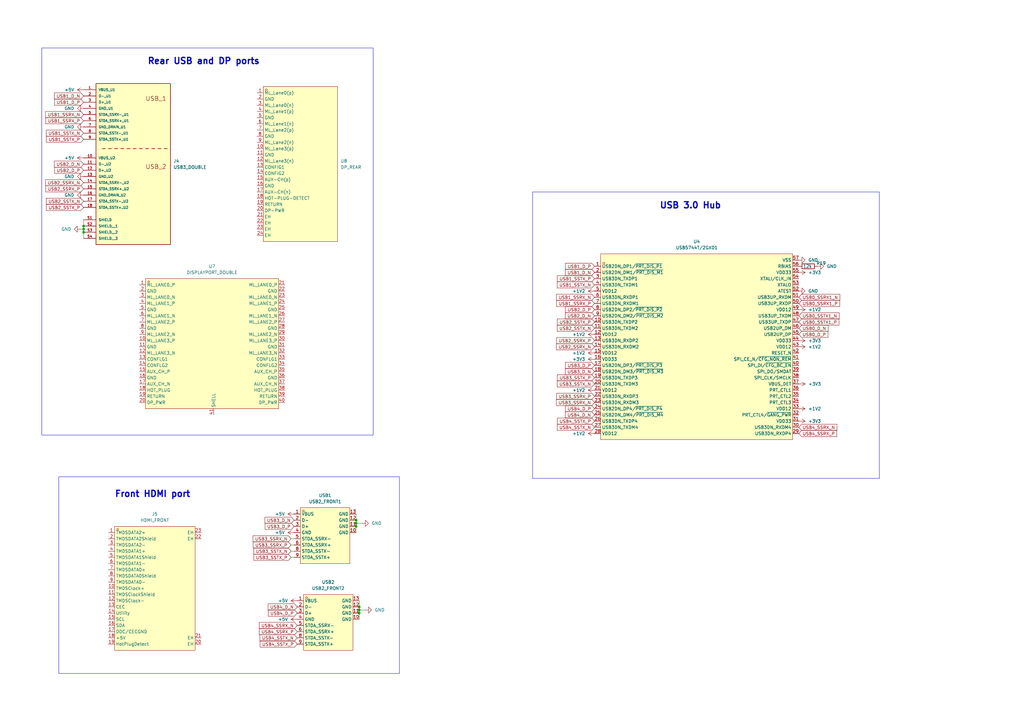
<source format=kicad_sch>
(kicad_sch (version 20250114) (generator "eeschema") (generator_version "9.0")
  (paper "A3")
  (title_block (title "ThunderMXM") (date "2025-06-03") (rev "1.0") (company "mothenjoyer69"))
  (lib_symbols
    (symbol "Device:R" (pin_numbers (hide yes)) (pin_names (offset 0))
      (property "Reference" "R" (at 2.032 0 90))
      (property "Value" "R" (at 0 0 90))
      (symbol "R_0_1"
        (rectangle (start -1.016 -2.54) (end 1.016 2.54) (stroke (width 0.254)))
      )
      (symbol "R_1_1"
        (pin passive line (at 0 3.81 270) (length 1.27) (name "~") (number "1"))
        (pin passive line (at 0 -3.81 90) (length 1.27) (name "~") (number "2"))
      )
    )
    (symbol "FOXCONN-3VD11203-DPA1-4H:3VD11203-DPA1-4H"
      (property "Reference" "U" (at 0 29.21 0))
      (property "Value" "3VD11203-DPA1-4H" (at 0 -34.29 0))
      (symbol "3VD11203-DPA1-4H_0_1"
        (rectangle (start -27.94 26.67) (end 26.67 -26.67) (fill (type background)))
        (circle (center -26.67 25.4) (radius 0.38))
        (pin unspecified line (at -30.48 24.13 0) (length 2.54) (name "ML_LANE0_P") (number "1"))
        (pin unspecified line (at -30.48 21.59 0) (length 2.54) (name "GND") (number "2"))
        (pin unspecified line (at -30.48 19.05 0) (length 2.54) (name "ML_LANE0_N") (number "3"))
        (pin unspecified line (at -30.48 16.51 0) (length 2.54) (name "ML_LANE1_P") (number "4"))
        (pin unspecified line (at -30.48 13.97 0) (length 2.54) (name "GND") (number "5"))
        (pin unspecified line (at -30.48 11.43 0) (length 2.54) (name "ML_LANE1_N") (number "6"))
        (pin unspecified line (at -30.48 8.89 0) (length 2.54) (name "ML_LANE2_P") (number "7"))
        (pin unspecified line (at -30.48 6.35 0) (length 2.54) (name "GND") (number "8"))
        (pin unspecified line (at -30.48 3.81 0) (length 2.54) (name "ML_LANE2_N") (number "9"))
        (pin unspecified line (at -30.48 1.27 0) (length 2.54) (name "ML_LANE3_P") (number "10"))
        (pin unspecified line (at -30.48 -1.27 0) (length 2.54) (name "GND") (number "11"))
        (pin unspecified line (at -30.48 -3.81 0) (length 2.54) (name "ML_LANE3_N") (number "12"))
        (pin unspecified line (at -30.48 -6.35 0) (length 2.54) (name "CONFLG1") (number "13"))
        (pin unspecified line (at -30.48 -8.89 0) (length 2.54) (name "CONFLG2") (number "14"))
        (pin unspecified line (at -30.48 -11.43 0) (length 2.54) (name "AUX_CH_P") (number "15"))
        (pin unspecified line (at -30.48 -13.97 0) (length 2.54) (name "GND") (number "16"))
        (pin unspecified line (at -30.48 -16.51 0) (length 2.54) (name "AUX_CH_N") (number "17"))
        (pin unspecified line (at -30.48 -19.05 0) (length 2.54) (name "HOT_PLUG") (number "18"))
        (pin unspecified line (at -30.48 -21.59 0) (length 2.54) (name "RETURN") (number "19"))
        (pin unspecified line (at -30.48 -24.13 0) (length 2.54) (name "DP_PWR") (number "20"))
        (pin unspecified line (at 0 -29.21 90) (length 2.54) (name "SHELL") (number "41"))
        (pin unspecified line (at 29.21 24.13 180) (length 2.54) (name "ML_LANE0_P") (number "21"))
        (pin unspecified line (at 29.21 21.59 180) (length 2.54) (name "GND") (number "22"))
        (pin unspecified line (at 29.21 19.05 180) (length 2.54) (name "ML_LANE0_N") (number "23"))
        (pin unspecified line (at 29.21 16.51 180) (length 2.54) (name "ML_LANE1_P") (number "24"))
        (pin unspecified line (at 29.21 13.97 180) (length 2.54) (name "GND") (number "25"))
        (pin unspecified line (at 29.21 11.43 180) (length 2.54) (name "ML_LANE1_N") (number "26"))
        (pin unspecified line (at 29.21 8.89 180) (length 2.54) (name "ML_LANE2_P") (number "27"))
        (pin unspecified line (at 29.21 6.35 180) (length 2.54) (name "GND") (number "28"))
        (pin unspecified line (at 29.21 3.81 180) (length 2.54) (name "ML_LANE2_N") (number "29"))
        (pin unspecified line (at 29.21 1.27 180) (length 2.54) (name "ML_LANE3_P") (number "30"))
        (pin unspecified line (at 29.21 -1.27 180) (length 2.54) (name "GND") (number "31"))
        (pin unspecified line (at 29.21 -3.81 180) (length 2.54) (name "ML_LANE3_N") (number "32"))
        (pin unspecified line (at 29.21 -6.35 180) (length 2.54) (name "CONFLG1") (number "33"))
        (pin unspecified line (at 29.21 -8.89 180) (length 2.54) (name "CONFLG2") (number "34"))
        (pin unspecified line (at 29.21 -11.43 180) (length 2.54) (name "AUX_CH_P") (number "35"))
        (pin unspecified line (at 29.21 -13.97 180) (length 2.54) (name "GND") (number "36"))
        (pin unspecified line (at 29.21 -16.51 180) (length 2.54) (name "AUX_CH_N") (number "37"))
        (pin unspecified line (at 29.21 -19.05 180) (length 2.54) (name "HOT_PLUG") (number "38"))
        (pin unspecified line (at 29.21 -21.59 180) (length 2.54) (name "RETURN") (number "39"))
        (pin unspecified line (at 29.21 -24.13 180) (length 2.54) (name "DP_PWR") (number "40"))
      )
    )
    (symbol "FOXCONN-3VD21203-H7U0-4H:3VD21203-H7U0-4H"
      (property "Reference" "USB" (at 0 34.29 0))
      (property "Value" "3VD21203-H7U0-4H" (at 0 -34.29 0))
      (symbol "3VD21203-H7U0-4H_0_1"
        (rectangle (start -15.24 31.75) (end 15.24 -31.75) (fill (type background)))
        (circle (center -13.97 30.48) (radius 0.38))
        (pin unspecified line (at -17.78 29.21 0) (length 2.54) (name "ML_Lane0(p)") (number "1"))
        (pin unspecified line (at -17.78 26.67 0) (length 2.54) (name "GND") (number "2"))
        (pin unspecified line (at -17.78 24.13 0) (length 2.54) (name "ML_Lane0(n)") (number "3"))
        (pin unspecified line (at -17.78 21.59 0) (length 2.54) (name "ML_Lane1(p)") (number "4"))
        (pin unspecified line (at -17.78 19.05 0) (length 2.54) (name "GND") (number "5"))
        (pin unspecified line (at -17.78 16.51 0) (length 2.54) (name "ML_Lane1(n)") (number "6"))
        (pin unspecified line (at -17.78 13.97 0) (length 2.54) (name "ML_Lane2(p)") (number "7"))
        (pin unspecified line (at -17.78 11.43 0) (length 2.54) (name "GND") (number "8"))
        (pin unspecified line (at -17.78 8.89 0) (length 2.54) (name "ML_Lane2(n)") (number "9"))
        (pin unspecified line (at -17.78 6.35 0) (length 2.54) (name "ML_Lane3(p)") (number "10"))
        (pin unspecified line (at -17.78 3.81 0) (length 2.54) (name "GND") (number "11"))
        (pin unspecified line (at -17.78 1.27 0) (length 2.54) (name "ML_Lane3(n)") (number "12"))
        (pin unspecified line (at -17.78 -1.27 0) (length 2.54) (name "CONFIG1") (number "13"))
        (pin unspecified line (at -17.78 -3.81 0) (length 2.54) (name "CONFIG2") (number "14"))
        (pin unspecified line (at -17.78 -6.35 0) (length 2.54) (name "AUX-CH(p)") (number "15"))
        (pin unspecified line (at -17.78 -8.89 0) (length 2.54) (name "GND") (number "16"))
        (pin unspecified line (at -17.78 -11.43 0) (length 2.54) (name "AUX-CH(n)") (number "17"))
        (pin unspecified line (at -17.78 -13.97 0) (length 2.54) (name "HOT-PLUG-DETECT") (number "18"))
        (pin unspecified line (at -17.78 -16.51 0) (length 2.54) (name "RETURN") (number "19"))
        (pin unspecified line (at -17.78 -19.05 0) (length 2.54) (name "DP-PWR") (number "20"))
        (pin unspecified line (at -17.78 -21.59 0) (length 2.54) (name "EH") (number "21"))
        (pin unspecified line (at -17.78 -24.13 0) (length 2.54) (name "EH") (number "22"))
        (pin unspecified line (at -17.78 -26.67 0) (length 2.54) (name "EH") (number "23"))
        (pin unspecified line (at -17.78 -29.21 0) (length 2.54) (name "EH") (number "24"))
      )
    )
    (symbol "HC-USB3.0-C345-P:HC-USB3.0-C345-P"
      (property "Reference" "USB" (at 0 13.97 0))
      (property "Value" "HC-USB3.0-C345-P" (at 0 -13.97 0))
      (symbol "HC-USB3.0-C345-P_0_1"
        (rectangle (start -10.16 11.43) (end 10.16 -11.43) (fill (type background)))
        (circle (center -8.89 10.16) (radius 0.38))
        (pin unspecified line (at -12.7 8.89 0) (length 2.54) (name "VBUS") (number "1"))
        (pin unspecified line (at -12.7 6.35 0) (length 2.54) (name "D-") (number "2"))
        (pin unspecified line (at -12.7 3.81 0) (length 2.54) (name "D+") (number "3"))
        (pin unspecified line (at -12.7 1.27 0) (length 2.54) (name "GND") (number "4"))
        (pin unspecified line (at -12.7 -1.27 0) (length 2.54) (name "STDA_SSRX-") (number "5"))
        (pin unspecified line (at -12.7 -3.81 0) (length 2.54) (name "STDA_SSRX+") (number "6"))
        (pin unspecified line (at -12.7 -6.35 0) (length 2.54) (name "STDA_SSTX-") (number "8"))
        (pin unspecified line (at -12.7 -8.89 0) (length 2.54) (name "STDA_SSTX+") (number "9"))
        (pin unspecified line (at 12.7 8.89 180) (length 2.54) (name "GND") (number "13"))
        (pin unspecified line (at 12.7 6.35 180) (length 2.54) (name "GND") (number "12"))
        (pin unspecified line (at 12.7 3.81 180) (length 2.54) (name "GND") (number "11"))
        (pin unspecified line (at 12.7 1.27 180) (length 2.54) (name "GND") (number "10"))
      )
    )
    (symbol "Korean-Hroparts-Elec-U-C-19DD-W-1:U-C-19DD-W-1"
      (property "Reference" "USB" (at 0 27.94 0))
      (property "Value" "U-C-19DD-W-1" (at 0 -27.94 0))
      (symbol "U-C-19DD-W-1_0_1"
        (rectangle (start -12.7 25.4) (end 20.32 -25.4) (fill (type background)))
        (circle (center -11.43 24.13) (radius 0.38))
        (pin unspecified line (at -15.24 22.86 0) (length 2.54) (name "TMDSDATA2+") (number "1"))
        (pin unspecified line (at -15.24 20.32 0) (length 2.54) (name "TMDSDATA2Shield") (number "2"))
        (pin unspecified line (at -15.24 17.78 0) (length 2.54) (name "TMDSDATA2-") (number "3"))
        (pin unspecified line (at -15.24 15.24 0) (length 2.54) (name "TMDSDATA1+") (number "4"))
        (pin unspecified line (at -15.24 12.7 0) (length 2.54) (name "TMDSDATA1Shield") (number "5"))
        (pin unspecified line (at -15.24 10.16 0) (length 2.54) (name "TMDSDATA1-") (number "6"))
        (pin unspecified line (at -15.24 7.62 0) (length 2.54) (name "TMDSDATA0+") (number "7"))
        (pin unspecified line (at -15.24 5.08 0) (length 2.54) (name "TMDSDATA0Shield") (number "8"))
        (pin unspecified line (at -15.24 2.54 0) (length 2.54) (name "TMDSDATA0-") (number "9"))
        (pin unspecified line (at -15.24 0 0) (length 2.54) (name "TMDSClock+") (number "10"))
        (pin unspecified line (at -15.24 -2.54 0) (length 2.54) (name "TMDSClockShield") (number "11"))
        (pin unspecified line (at -15.24 -5.08 0) (length 2.54) (name "TMDSClock-") (number "12"))
        (pin unspecified line (at -15.24 -7.62 0) (length 2.54) (name "CEC") (number "13"))
        (pin unspecified line (at -15.24 -10.16 0) (length 2.54) (name "Utility") (number "14"))
        (pin unspecified line (at -15.24 -12.7 0) (length 2.54) (name "SCL") (number "15"))
        (pin unspecified line (at -15.24 -15.24 0) (length 2.54) (name "SDA") (number "16"))
        (pin unspecified line (at -15.24 -17.78 0) (length 2.54) (name "DDC/CECGND") (number "17"))
        (pin unspecified line (at -15.24 -20.32 0) (length 2.54) (name "+5V") (number "18"))
        (pin unspecified line (at -15.24 -22.86 0) (length 2.54) (name "HotPlugDetect") (number "19"))
        (pin unspecified line (at 22.86 22.86 180) (length 2.54) (name "EH") (number "23"))
        (pin unspecified line (at 22.86 20.32 180) (length 2.54) (name "EH") (number "22"))
        (pin unspecified line (at 22.86 -20.32 180) (length 2.54) (name "EH") (number "21"))
        (pin unspecified line (at 22.86 -22.86 180) (length 2.54) (name "EH") (number "20"))
      )
    )
    (symbol "Microchip-Tech-USB5744T-2GX01:USB5744T_2GX01"
      (property "Reference" "U" (at 0 40.64 0))
      (property "Value" "USB5744T/2GX01" (at 0 -40.64 0))
      (symbol "USB5744T_2GX01_0_1"
        (rectangle (start -40.64 38.1) (end 38.1 -38.1) (fill (type background)))
        (circle (center -39.37 34.29) (radius 0.38))
        (pin unspecified line (at -43.18 33.02 0) (length 2.54) (name "USB2DN_DP1/~{PRT_DIS_P1}") (number "1"))
        (pin unspecified line (at -43.18 30.48 0) (length 2.54) (name "USB2DN_DM1/~{PRT_DIS_M1}") (number "2"))
        (pin unspecified line (at -43.18 27.94 0) (length 2.54) (name "USB3DN_TXDP1") (number "3"))
        (pin unspecified line (at -43.18 25.4 0) (length 2.54) (name "USB3DN_TXDM1") (number "4"))
        (pin unspecified line (at -43.18 22.86 0) (length 2.54) (name "VDD12") (number "5"))
        (pin unspecified line (at -43.18 20.32 0) (length 2.54) (name "USB3DN_RXDP1") (number "6"))
        (pin unspecified line (at -43.18 17.78 0) (length 2.54) (name "USB3DN_RXDM1") (number "7"))
        (pin unspecified line (at -43.18 15.24 0) (length 2.54) (name "USB2DN_DP2/~{PRT_DIS_P2}") (number "8"))
        (pin unspecified line (at -43.18 12.7 0) (length 2.54) (name "USB2DN_DM2/~{PRT_DIS_M2}") (number "9"))
        (pin unspecified line (at -43.18 10.16 0) (length 2.54) (name "USB3DN_TXDP2") (number "10"))
        (pin unspecified line (at -43.18 7.62 0) (length 2.54) (name "USB3DN_TXDM2") (number "11"))
        (pin unspecified line (at -43.18 5.08 0) (length 2.54) (name "VDD12") (number "12"))
        (pin unspecified line (at -43.18 2.54 0) (length 2.54) (name "USB3DN_RXDP2") (number "13"))
        (pin unspecified line (at -43.18 0 0) (length 2.54) (name "USB3DN_RXDM2") (number "14"))
        (pin unspecified line (at -43.18 -2.54 0) (length 2.54) (name "VDD12") (number "15"))
        (pin unspecified line (at -43.18 -5.08 0) (length 2.54) (name "VDD33") (number "16"))
        (pin unspecified line (at -43.18 -7.62 0) (length 2.54) (name "USB2DN_DP3/~{PRT_DIS_P3}") (number "17"))
        (pin unspecified line (at -43.18 -10.16 0) (length 2.54) (name "USB2DN_DM3/~{PRT_DIS_M3}") (number "18"))
        (pin unspecified line (at -43.18 -12.7 0) (length 2.54) (name "USB3DN_TXDP3") (number "19"))
        (pin unspecified line (at -43.18 -15.24 0) (length 2.54) (name "USB3DN_TXDM3") (number "20"))
        (pin unspecified line (at -43.18 -17.78 0) (length 2.54) (name "VDD12") (number "21"))
        (pin unspecified line (at -43.18 -20.32 0) (length 2.54) (name "USB3DN_RXDP3") (number "22"))
        (pin unspecified line (at -43.18 -22.86 0) (length 2.54) (name "USB3DN_RXDM3") (number "23"))
        (pin unspecified line (at -43.18 -25.4 0) (length 2.54) (name "USB2DN_DP4/~{PRT_DIS_P4}") (number "24"))
        (pin unspecified line (at -43.18 -27.94 0) (length 2.54) (name "USB2DN_DM4/~{PRT_DIS_M4}") (number "25"))
        (pin unspecified line (at -43.18 -30.48 0) (length 2.54) (name "USB3DN_TXDP4") (number "26"))
        (pin unspecified line (at -43.18 -33.02 0) (length 2.54) (name "USB3DN_TXDM4") (number "27"))
        (pin unspecified line (at -43.18 -35.56 0) (length 2.54) (name "VDD12") (number "28"))
        (pin unspecified line (at 40.64 35.56 180) (length 2.54) (name "VSS") (number "57"))
        (pin unspecified line (at 40.64 33.02 180) (length 2.54) (name "RBIAS") (number "56"))
        (pin unspecified line (at 40.64 30.48 180) (length 2.54) (name "VDD33") (number "55"))
        (pin unspecified line (at 40.64 27.94 180) (length 2.54) (name "XTALI/CLK_IN") (number "54"))
        (pin unspecified line (at 40.64 25.4 180) (length 2.54) (name "XTALO") (number "53"))
        (pin unspecified line (at 40.64 22.86 180) (length 2.54) (name "ATEST") (number "52"))
        (pin unspecified line (at 40.64 20.32 180) (length 2.54) (name "USB3UP_RXDM") (number "51"))
        (pin unspecified line (at 40.64 17.78 180) (length 2.54) (name "USB3UP_RXDP") (number "50"))
        (pin unspecified line (at 40.64 15.24 180) (length 2.54) (name "VDD12") (number "49"))
        (pin unspecified line (at 40.64 12.7 180) (length 2.54) (name "USB3UP_TXDM") (number "48"))
        (pin unspecified line (at 40.64 10.16 180) (length 2.54) (name "USB3UP_TXDP") (number "47"))
        (pin unspecified line (at 40.64 7.62 180) (length 2.54) (name "USB2UP_DM") (number "46"))
        (pin unspecified line (at 40.64 5.08 180) (length 2.54) (name "USB2UP_DP") (number "45"))
        (pin unspecified line (at 40.64 2.54 180) (length 2.54) (name "VDD33") (number "44"))
        (pin unspecified line (at 40.64 0 180) (length 2.54) (name "VDD12") (number "43"))
        (pin unspecified line (at 40.64 -2.54 180) (length 2.54) (name "RESET_N") (number "42"))
        (pin unspecified line (at 40.64 -5.08 180) (length 2.54) (name "SPI_CE_N/~{CFG_NON_REM}") (number "41"))
        (pin unspecified line (at 40.64 -7.62 180) (length 2.54) (name "SPI_DI/~{CFG_BC_EN}") (number "40"))
        (pin unspecified line (at 40.64 -10.16 180) (length 2.54) (name "SPI_DO/SMDAT") (number "39"))
        (pin unspecified line (at 40.64 -12.7 180) (length 2.54) (name "SPI_CLK/SMCLK") (number "38"))
        (pin unspecified line (at 40.64 -15.24 180) (length 2.54) (name "VBUS_DET") (number "37"))
        (pin unspecified line (at 40.64 -17.78 180) (length 2.54) (name "PRT_CTL1") (number "36"))
        (pin unspecified line (at 40.64 -20.32 180) (length 2.54) (name "PRT_CTL2") (number "35"))
        (pin unspecified line (at 40.64 -22.86 180) (length 2.54) (name "PRT_CTL3") (number "34"))
        (pin unspecified line (at 40.64 -25.4 180) (length 2.54) (name "VDD12") (number "33"))
        (pin unspecified line (at 40.64 -27.94 180) (length 2.54) (name "PRT_CTL4/~{GANG_PWR}") (number "32"))
        (pin unspecified line (at 40.64 -30.48 180) (length 2.54) (name "VDD33") (number "31"))
        (pin unspecified line (at 40.64 -33.02 180) (length 2.54) (name "USB3DN_RXDM4") (number "30"))
        (pin unspecified line (at 40.64 -35.56 180) (length 2.54) (name "USB3DN_RXDP4") (number "29"))
      )
    )
    (symbol "power:+1V2" (power) (pin_numbers (hide yes)) (pin_names (offset 0) (hide yes))
      (property "Value" "+1V2" (at 0 3.556 0))
      (symbol "+1V2_0_1"
        (polyline (pts (xy -0.762 1.27) (xy 0 2.54)))
        (polyline (pts (xy 0 2.54) (xy 0.762 1.27)))
        (polyline (pts (xy 0 0) (xy 0 2.54)))
      )
      (symbol "+1V2_1_1"
        (pin power_in line (at 0 0 90) (length 0) (name "~") (number "1"))
      )
    )
    (symbol "power:+3V3" (power) (pin_numbers (hide yes)) (pin_names (offset 0) (hide yes))
      (property "Value" "+3V3" (at 0 3.556 0))
      (symbol "+3V3_0_1"
        (polyline (pts (xy -0.762 1.27) (xy 0 2.54)))
        (polyline (pts (xy 0 2.54) (xy 0.762 1.27)))
        (polyline (pts (xy 0 0) (xy 0 2.54)))
      )
      (symbol "+3V3_1_1"
        (pin power_in line (at 0 0 90) (length 0) (name "~") (number "1"))
      )
    )
    (symbol "power:+5V" (power) (pin_numbers (hide yes)) (pin_names (offset 0) (hide yes))
      (property "Value" "+5V" (at 0 3.556 0))
      (symbol "+5V_0_1"
        (polyline (pts (xy -0.762 1.27) (xy 0 2.54)))
        (polyline (pts (xy 0 2.54) (xy 0.762 1.27)))
        (polyline (pts (xy 0 0) (xy 0 2.54)))
      )
      (symbol "+5V_1_1"
        (pin power_in line (at 0 0 90) (length 0) (name "~") (number "1"))
      )
    )
    (symbol "power:GND" (power) (pin_numbers (hide yes)) (pin_names (offset 0) (hide yes))
      (property "Value" "GND" (at 0 -3.81 0))
      (symbol "GND_0_1"
        (polyline (pts (xy 0 0) (xy 0 -1.27) (xy 1.27 -1.27) (xy 0 -2.54) (xy -1.27 -1.27) (xy 0 -1.27)))
      )
      (symbol "GND_1_1"
        (pin power_in line (at 0 0 270) (length 0) (name "~") (number "1"))
      )
    )
    (symbol "usb3.0-stack-amph:0484060003" (pin_names (offset 1.016))
      (property "Reference" "J" (at -15.24 28.702 0))
      (property "Value" "0484060003" (at -15.24 -40.64 0))
      (symbol "0484060003_0_0"
        (rectangle (start -15.24 -38.1) (end 15.24 27.94) (stroke (width 0.254)) (fill (type background)))
        (polyline (pts (xy -12.7 1.27) (xy -11.43 1.27)) (stroke (width 0.254)))
        (polyline (pts (xy -10.16 1.27) (xy -8.89 1.27)) (stroke (width 0.254)))
        (polyline (pts (xy -7.62 1.27) (xy -6.35 1.27)) (stroke (width 0.254)))
        (polyline (pts (xy -5.08 1.27) (xy -3.81 1.27)) (stroke (width 0.254)))
        (polyline (pts (xy -2.54 1.27) (xy -1.27 1.27)) (stroke (width 0.254)))
        (polyline (pts (xy 0 1.27) (xy 1.27 1.27)) (stroke (width 0.254)))
        (polyline (pts (xy 2.54 1.27) (xy 3.81 1.27)) (stroke (width 0.254)))
        (polyline (pts (xy 5.08 1.27) (xy 6.35 1.27)) (stroke (width 0.254)))
        (polyline (pts (xy 7.62 1.27) (xy 8.89 1.27)) (stroke (width 0.254)))
        (polyline (pts (xy 10.16 1.27) (xy 11.43 1.27)) (stroke (width 0.254)))
        (polyline (pts (xy 12.7 1.27) (xy 13.97 1.27)) (stroke (width 0.254)))
        (text "USB_1" (at 5.08 22.86 0) (effects (font (size 1.778 1.778)) (justify left top)))
        (text "USB_2" (at 5.08 -5.08 0) (effects (font (size 1.778 1.778)) (justify left top)))
        (pin power_in line (at -20.32 25.4 0) (length 5.08) (name "VBUS_U1") (number "1"))
        (pin bidirectional line (at -20.32 22.86 0) (length 5.08) (name "D-_U1") (number "2"))
        (pin bidirectional line (at -20.32 20.32 0) (length 5.08) (name "D+_U1") (number "3"))
        (pin power_in line (at -20.32 17.78 0) (length 5.08) (name "GND_U1") (number "4"))
        (pin bidirectional line (at -20.32 15.24 0) (length 5.08) (name "STDA_SSRX-_U1") (number "5"))
        (pin bidirectional line (at -20.32 12.7 0) (length 5.08) (name "STDA_SSRX+_U1") (number "6"))
        (pin power_in line (at -20.32 10.16 0) (length 5.08) (name "GND_DRAIN_U1") (number "7"))
        (pin bidirectional line (at -20.32 7.62 0) (length 5.08) (name "STDA_SSTX-_U1") (number "8"))
        (pin bidirectional line (at -20.32 5.08 0) (length 5.08) (name "STDA_SSTX+_U1") (number "9"))
        (pin power_in line (at -20.32 -2.54 0) (length 5.08) (name "VBUS_U2") (number "10"))
        (pin bidirectional line (at -20.32 -5.08 0) (length 5.08) (name "D-_U2") (number "11"))
        (pin bidirectional line (at -20.32 -7.62 0) (length 5.08) (name "D+_U2") (number "12"))
        (pin power_in line (at -20.32 -10.16 0) (length 5.08) (name "GND_U2") (number "13"))
        (pin bidirectional line (at -20.32 -12.7 0) (length 5.08) (name "STDA_SSRX-_U2") (number "14"))
        (pin bidirectional line (at -20.32 -15.24 0) (length 5.08) (name "STDA_SSRX+_U2") (number "15"))
        (pin power_in line (at -20.32 -17.78 0) (length 5.08) (name "GND_DRAIN_U2") (number "16"))
        (pin bidirectional line (at -20.32 -20.32 0) (length 5.08) (name "STDA_SSTX-_U2") (number "17"))
        (pin bidirectional line (at -20.32 -22.86 0) (length 5.08) (name "STDA_SSTX+_U2") (number "18"))
        (pin passive line (at -20.32 -27.94 0) (length 5.08) (name "SHIELD") (number "S1"))
        (pin passive line (at -20.32 -30.48 0) (length 5.08) (name "SHIELD__1") (number "S2"))
        (pin passive line (at -20.32 -33.02 0) (length 5.08) (name "SHIELD__2") (number "S3"))
        (pin passive line (at -20.32 -35.56 0) (length 5.08) (name "SHIELD__3") (number "S4"))
      )
    )
  )
  (rectangle (start 17.145 19.685) (end 153.035 178.435))
  (rectangle (start 24.13 195.58) (end 163.83 276.225))
  (rectangle (start 218.44 78.74) (end 360.68 196.215))
  (text "Front HDMI port" (at 78.232 204.216 0) (effects (font (size 2.54 2.54) (thickness 0.508) (bold yes)) (justify right bottom)))
  (text "USB 3.0 Hub" (at 295.91 85.852 0) (effects (font (size 2.54 2.54) (thickness 0.508) (bold yes)) (justify right bottom)))
  (text "Rear USB and DP ports" (at 106.68 26.67 0) (effects (font (size 2.54 2.54) (thickness 0.508) (bold yes)) (justify right bottom)))
  (junction (at 147.32 251.46))
  (junction (at 34.29 95.25))
  (junction (at 146.05 213.36))
  (junction (at 147.32 248.92))
  (junction (at 146.05 215.9))
  (junction (at 146.05 214.63))
  (junction (at 34.29 92.71))
  (junction (at 34.29 93.98))
  (junction (at 147.32 250.19))
  (wire (pts (xy 147.32 246.38) (xy 147.32 248.92)))
  (wire (pts (xy 120.65 220.98) (xy 119.38 220.98)))
  (wire (pts (xy 120.65 226.06) (xy 119.38 226.06)))
  (wire (pts (xy 120.65 223.52) (xy 119.38 223.52)))
  (wire (pts (xy 147.32 251.46) (xy 147.32 254)))
  (wire (pts (xy 34.29 93.98) (xy 34.29 95.25)))
  (wire (pts (xy 146.05 214.63) (xy 146.05 215.9)))
  (wire (pts (xy 34.29 90.17) (xy 34.29 92.71)))
  (wire (pts (xy 146.05 215.9) (xy 146.05 218.44)))
  (wire (pts (xy 147.32 248.92) (xy 147.32 250.19)))
  (wire (pts (xy 146.05 213.36) (xy 146.05 214.63)))
  (wire (pts (xy 120.65 228.6) (xy 119.38 228.6)))
  (wire (pts (xy 149.86 250.19) (xy 147.32 250.19)))
  (wire (pts (xy 33.02 93.98) (xy 34.29 93.98)))
  (wire (pts (xy 147.32 250.19) (xy 147.32 251.46)))
  (wire (pts (xy 146.05 210.82) (xy 146.05 213.36)))
  (wire (pts (xy 34.29 95.25) (xy 34.29 97.79)))
  (wire (pts (xy 148.59 214.63) (xy 146.05 214.63)))
  (wire (pts (xy 34.29 92.71) (xy 34.29 93.98)))
  (global_label "USB1_SSRX_N" (shape input) (at 34.29 46.99 180) (property "Intersheetrefs" "${INTERSHEET_REFS}" (effects (hide yes))))
  (global_label "USB1_SSRX_P" (shape input) (at 34.29 49.53 180) (property "Intersheetrefs" "${INTERSHEET_REFS}" (effects (hide yes))))
  (global_label "USB1_SSRX_N" (shape input) (at 243.84 121.92 180) (property "Intersheetrefs" "${INTERSHEET_REFS}" (effects (hide yes))))
  (global_label "USB3_SSRX_P" (shape input) (at 119.38 223.52 180) (property "Intersheetrefs" "${INTERSHEET_REFS}" (effects (hide yes))))
  (global_label "USB2_SSTX_N" (shape input) (at 243.84 134.62 180) (property "Intersheetrefs" "${INTERSHEET_REFS}" (effects (hide yes))))
  (global_label "USB4_SSRX_P" (shape input) (at 327.66 177.8 0) (property "Intersheetrefs" "${INTERSHEET_REFS}" (effects (hide yes))))
  (global_label "USB1_D_P" (shape input) (at 34.29 41.91 180) (property "Intersheetrefs" "${INTERSHEET_REFS}" (effects (hide yes))))
  (global_label "USB1_D_P" (shape input) (at 243.84 109.22 180) (property "Intersheetrefs" "${INTERSHEET_REFS}" (effects (hide yes))))
  (global_label "USB1_SSTX_P" (shape input) (at 34.29 57.15 180) (property "Intersheetrefs" "${INTERSHEET_REFS}" (effects (hide yes))))
  (global_label "USB3_SSRX_P" (shape input) (at 243.84 162.56 180) (property "Intersheetrefs" "${INTERSHEET_REFS}" (effects (hide yes))))
  (global_label "USB2_SSRX_N" (shape input) (at 243.84 142.24 180) (property "Intersheetrefs" "${INTERSHEET_REFS}" (effects (hide yes))))
  (global_label "USB2_SSRX_P" (shape input) (at 243.84 139.7 180) (property "Intersheetrefs" "${INTERSHEET_REFS}" (effects (hide yes))))
  (global_label "USB2_SSTX_N" (shape input) (at 34.29 82.55 180) (property "Intersheetrefs" "${INTERSHEET_REFS}" (effects (hide yes))))
  (global_label "USB3_SSRX_N" (shape input) (at 119.38 220.98 180) (property "Intersheetrefs" "${INTERSHEET_REFS}" (effects (hide yes))))
  (global_label "USB4_SSRX_P" (shape input) (at 121.92 259.08 180) (property "Intersheetrefs" "${INTERSHEET_REFS}" (effects (hide yes))))
  (global_label "USB1_D_N" (shape input) (at 243.84 111.76 180) (property "Intersheetrefs" "${INTERSHEET_REFS}" (effects (hide yes))))
  (global_label "USB2_D_P" (shape input) (at 34.29 69.85 180) (property "Intersheetrefs" "${INTERSHEET_REFS}" (effects (hide yes))))
  (global_label "USB4_D_P" (shape input) (at 243.84 167.64 180) (property "Intersheetrefs" "${INTERSHEET_REFS}" (effects (hide yes))))
  (global_label "USB1_SSRX_P" (shape input) (at 243.84 124.46 180) (property "Intersheetrefs" "${INTERSHEET_REFS}" (effects (hide yes))))
  (global_label "USB3_D_P" (shape input) (at 243.84 149.86 180) (property "Intersheetrefs" "${INTERSHEET_REFS}" (effects (hide yes))))
  (global_label "USB4_SSTX_N" (shape input) (at 243.84 175.26 180) (property "Intersheetrefs" "${INTERSHEET_REFS}" (effects (hide yes))))
  (global_label "USB1_SSTX_P" (shape input) (at 243.84 114.3 180) (property "Intersheetrefs" "${INTERSHEET_REFS}" (effects (hide yes))))
  (global_label "USB2_SSTX_P" (shape input) (at 34.29 85.09 180) (property "Intersheetrefs" "${INTERSHEET_REFS}" (effects (hide yes))))
  (global_label "USB2_SSRX_N" (shape input) (at 34.29 74.93 180) (property "Intersheetrefs" "${INTERSHEET_REFS}" (effects (hide yes))))
  (global_label "USB4_D_P" (shape input) (at 121.92 251.46 180) (property "Intersheetrefs" "${INTERSHEET_REFS}" (effects (hide yes))))
  (global_label "USB1_D_N" (shape input) (at 34.29 39.37 180) (property "Intersheetrefs" "${INTERSHEET_REFS}" (effects (hide yes))))
  (global_label "USB3_SSTX_N" (shape input) (at 243.84 157.48 180) (property "Intersheetrefs" "${INTERSHEET_REFS}" (effects (hide yes))))
  (global_label "USB1_SSTX_N" (shape input) (at 34.29 54.61 180) (property "Intersheetrefs" "${INTERSHEET_REFS}" (effects (hide yes))))
  (global_label "USB2_SSRX_P" (shape input) (at 34.29 77.47 180) (property "Intersheetrefs" "${INTERSHEET_REFS}" (effects (hide yes))))
  (global_label "USB3_SSRX_N" (shape input) (at 243.84 165.1 180) (property "Intersheetrefs" "${INTERSHEET_REFS}" (effects (hide yes))))
  (global_label "USB2_D_P" (shape input) (at 243.84 127 180) (property "Intersheetrefs" "${INTERSHEET_REFS}" (effects (hide yes))))
  (global_label "USB4_D_N" (shape input) (at 121.92 248.92 180) (property "Intersheetrefs" "${INTERSHEET_REFS}" (effects (hide yes))))
  (global_label "USB4_SSTX_P" (shape input) (at 121.92 264.16 180) (property "Intersheetrefs" "${INTERSHEET_REFS}" (effects (hide yes))))
  (global_label "USB1_SSTX_N" (shape input) (at 243.84 116.84 180) (property "Intersheetrefs" "${INTERSHEET_REFS}" (effects (hide yes))))
  (global_label "USB4_SSRX_N" (shape input) (at 327.66 175.26 0) (property "Intersheetrefs" "${INTERSHEET_REFS}" (effects (hide yes))))
  (global_label "USB3_SSTX_P" (shape input) (at 119.38 228.6 180) (property "Intersheetrefs" "${INTERSHEET_REFS}" (effects (hide yes))))
  (global_label "USB3_D_N" (shape input) (at 120.65 213.36 180) (property "Intersheetrefs" "${INTERSHEET_REFS}" (effects (hide yes))))
  (global_label "USB0_D_P" (shape input) (at 327.66 137.16 0) (property "Intersheetrefs" "${INTERSHEET_REFS}" (effects (hide yes))))
  (global_label "USB3_D_P" (shape input) (at 120.65 215.9 180) (property "Intersheetrefs" "${INTERSHEET_REFS}" (effects (hide yes))))
  (global_label "USB4_SSTX_N" (shape input) (at 121.92 261.62 180) (property "Intersheetrefs" "${INTERSHEET_REFS}" (effects (hide yes))))
  (global_label "USB3_SSTX_P" (shape input) (at 243.84 154.94 180) (property "Intersheetrefs" "${INTERSHEET_REFS}" (effects (hide yes))))
  (global_label "USB0_SSTX1_N" (shape input) (at 327.66 129.54 0) (property "Intersheetrefs" "${INTERSHEET_REFS}" (effects (hide yes))))
  (global_label "USB0_SSRX1_P" (shape input) (at 327.66 124.46 0) (property "Intersheetrefs" "${INTERSHEET_REFS}" (effects (hide yes))))
  (global_label "USB2_D_N" (shape input) (at 243.84 129.54 180) (property "Intersheetrefs" "${INTERSHEET_REFS}" (effects (hide yes))))
  (global_label "USB4_SSRX_N" (shape input) (at 121.92 256.54 180) (property "Intersheetrefs" "${INTERSHEET_REFS}" (effects (hide yes))))
  (global_label "USB3_D_N" (shape input) (at 243.84 152.4 180) (property "Intersheetrefs" "${INTERSHEET_REFS}" (effects (hide yes))))
  (global_label "USB0_SSRX1_N" (shape input) (at 327.66 121.92 0) (property "Intersheetrefs" "${INTERSHEET_REFS}" (effects (hide yes))))
  (global_label "USB4_SSTX_P" (shape input) (at 243.84 172.72 180) (property "Intersheetrefs" "${INTERSHEET_REFS}" (effects (hide yes))))
  (global_label "USB3_SSTX_N" (shape input) (at 119.38 226.06 180) (property "Intersheetrefs" "${INTERSHEET_REFS}" (effects (hide yes))))
  (global_label "USB0_SSTX1_P" (shape input) (at 327.66 132.08 0) (property "Intersheetrefs" "${INTERSHEET_REFS}" (effects (hide yes))))
  (global_label "USB2_SSTX_P" (shape input) (at 243.84 132.08 180) (property "Intersheetrefs" "${INTERSHEET_REFS}" (effects (hide yes))))
  (global_label "USB2_D_N" (shape input) (at 34.29 67.31 180) (property "Intersheetrefs" "${INTERSHEET_REFS}" (effects (hide yes))))
  (global_label "USB4_D_N" (shape input) (at 243.84 170.18 180) (property "Intersheetrefs" "${INTERSHEET_REFS}" (effects (hide yes))))
  (global_label "USB0_D_N" (shape input) (at 327.66 134.62 0) (property "Intersheetrefs" "${INTERSHEET_REFS}" (effects (hide yes))))
  (symbol (lib_id "power:+1V2") (at 243.84 119.38 90) (unit 1)
    (property "Reference" "#PWR040" (effects (hide yes)))
    (property "Value" "+1V2" (at 240.03 119.3799 90) (effects (justify left)))
    (property "Description" "Power symbol creates a global label with name \"+1V2\"" (effects (hide yes)))
  )
  (symbol (lib_id "power:+3V3") (at 327.66 172.72 270) (unit 1)
    (property "Reference" "#PWR036" (effects (hide yes)))
    (property "Value" "+3V3" (at 331.47 172.7199 90) (effects (justify left)))
    (property "Description" "Power symbol creates a global label with name \"+3V3\"" (effects (hide yes)))
  )
  (symbol (lib_id "usb3.0-stack-amph:0484060003") (at 54.61 62.23 0) (unit 1)
    (property "Reference" "J4" (at 71.12 66.0399 0) (effects (justify left)))
    (property "Value" "USB3_DOUBLE" (at 71.12 68.5799 0) (effects (justify left)))
    (property "Footprint" "usb3.0-stack:MOLEX_0484060003" (effects (hide yes)))
    (property "PARTREV" "B" (effects (hide yes)))
    (property "STANDARD" "Manufacturer Recommendations" (effects (hide yes)))
    (property "MAXIMUM_PACKAGE_HEIGHT" "15.65mm" (effects (hide yes)))
    (property "MANUFACTURER" "MOLEX" (effects (hide yes)))
  )
  (symbol (lib_id "power:+5V") (at 121.92 246.38 90) (unit 1)
    (property "Reference" "#PWR015" (effects (hide yes)))
    (property "Value" "+5V" (at 118.11 246.3799 90) (effects (justify left)))
    (property "Description" "Power symbol creates a global label with name \"+5V\"" (effects (hide yes)))
  )
  (symbol (lib_id "power:GND") (at 34.29 52.07 270) (unit 1)
    (property "Reference" "#PWR05" (effects (hide yes)))
    (property "Value" "GND" (at 30.48 52.0699 90) (effects (justify right)))
    (property "Description" "Power symbol creates a global label with name \"GND\" , ground" (effects (hide yes)))
  )
  (symbol (lib_id "power:GND") (at 149.86 250.19 90) (unit 1)
    (property "Reference" "#PWR033" (effects (hide yes)))
    (property "Value" "GND" (at 153.67 250.1899 90) (effects (justify right)))
    (property "Description" "Power symbol creates a global label with name \"GND\" , ground" (effects (hide yes)))
  )
  (symbol (lib_id "Device:R") (at 331.47 109.22 90) (unit 1)
    (property "Reference" "R19" (at 336.804 107.95 90))
    (property "Value" "12k" (at 331.216 109.22 90))
    (property "Description" "Resistor" (effects (hide yes)))
  )
  (symbol (lib_id "power:+1V2") (at 327.66 127 270) (unit 1)
    (property "Reference" "#PWR039" (effects (hide yes)))
    (property "Value" "+1V2" (at 331.47 126.9999 90) (effects (justify left)))
    (property "Description" "Power symbol creates a global label with name \"+1V2\"" (effects (hide yes)))
  )
  (symbol (lib_id "power:GND") (at 335.28 109.22 90) (unit 1)
    (property "Reference" "#PWR049" (effects (hide yes)))
    (property "Value" "GND" (at 339.09 109.2199 90) (effects (justify right)))
    (property "Description" "Power symbol creates a global label with name \"GND\" , ground" (effects (hide yes)))
  )
  (symbol (lib_id "power:+1V2") (at 243.84 160.02 90) (unit 1)
    (property "Reference" "#PWR043" (effects (hide yes)))
    (property "Value" "+1V2" (at 240.03 160.0199 90) (effects (justify left)))
    (property "Description" "Power symbol creates a global label with name \"+1V2\"" (effects (hide yes)))
  )
  (symbol (lib_id "power:GND") (at 327.66 119.38 90) (unit 1)
    (property "Reference" "#PWR046" (effects (hide yes)))
    (property "Value" "GND" (at 331.47 119.3799 90) (effects (justify right)))
    (property "Description" "Power symbol creates a global label with name \"GND\" , ground" (effects (hide yes)))
  )
  (symbol (lib_id "power:+5V") (at 120.65 218.44 90) (unit 1)
    (property "Reference" "#PWR016" (effects (hide yes)))
    (property "Value" "+5V" (at 116.84 218.4399 90) (effects (justify left)))
    (property "Description" "Power symbol creates a global label with name \"+5V\"" (effects (hide yes)))
  )
  (symbol (lib_id "power:+3V3") (at 327.66 111.76 270) (unit 1)
    (property "Reference" "#PWR034" (effects (hide yes)))
    (property "Value" "+3V3" (at 331.47 111.7599 90) (effects (justify left)))
    (property "Description" "Power symbol creates a global label with name \"+3V3\"" (effects (hide yes)))
  )
  (symbol (lib_id "power:GND") (at 33.02 93.98 270) (unit 1)
    (property "Reference" "#PWR013" (effects (hide yes)))
    (property "Value" "GND" (at 29.21 93.9799 90) (effects (justify right)))
    (property "Description" "Power symbol creates a global label with name \"GND\" , ground" (effects (hide yes)))
  )
  (symbol (lib_id "power:+1V2") (at 327.66 142.24 270) (unit 1)
    (property "Reference" "#PWR038" (effects (hide yes)))
    (property "Value" "+1V2" (at 331.47 142.2399 90) (effects (justify left)))
    (property "Description" "Power symbol creates a global label with name \"+1V2\"" (effects (hide yes)))
  )
  (symbol (lib_id "power:GND") (at 327.66 106.68 90) (unit 1)
    (property "Reference" "#PWR047" (effects (hide yes)))
    (property "Value" "GND" (at 331.47 106.6799 90) (effects (justify right)))
    (property "Description" "Power symbol creates a global label with name \"GND\" , ground" (effects (hide yes)))
  )
  (symbol (lib_id "power:+5V") (at 121.92 254 90) (unit 1)
    (property "Reference" "#PWR017" (effects (hide yes)))
    (property "Value" "+5V" (at 118.11 253.9999 90) (effects (justify left)))
    (property "Description" "Power symbol creates a global label with name \"+5V\"" (effects (hide yes)))
  )
  (symbol (lib_id "Korean-Hroparts-Elec-U-C-19DD-W-1:U-C-19DD-W-1") (at 59.69 241.3 0) (unit 1)
    (property "Reference" "J5" (at 63.5 210.82 0))
    (property "Value" "HDMI_FRONT" (at 63.5 213.36 0))
    (property "Footprint" "Korean-Hroparts-Elec-U-C-19DD-W-1:HDMI-SMD_U-C-19DD-W-1" (effects (hide yes)))
    (property "LCSC Part" "C2909254" (effects (hide yes)))
  )
  (symbol (lib_id "power:GND") (at 34.29 72.39 270) (unit 1)
    (property "Reference" "#PWR09" (effects (hide yes)))
    (property "Value" "GND" (at 30.48 72.3899 90) (effects (justify right)))
    (property "Description" "Power symbol creates a global label with name \"GND\" , ground" (effects (hide yes)))
  )
  (symbol (lib_id "power:GND") (at 34.29 80.01 270) (unit 1)
    (property "Reference" "#PWR011" (effects (hide yes)))
    (property "Value" "GND" (at 30.48 80.0099 90) (effects (justify right)))
    (property "Description" "Power symbol creates a global label with name \"GND\" , ground" (effects (hide yes)))
  )
  (symbol (lib_id "power:+1V2") (at 243.84 177.8 90) (unit 1)
    (property "Reference" "#PWR044" (effects (hide yes)))
    (property "Value" "+1V2" (at 240.03 177.7999 90) (effects (justify left)))
    (property "Description" "Power symbol creates a global label with name \"+1V2\"" (effects (hide yes)))
  )
  (symbol (lib_id "FOXCONN-3VD11203-DPA1-4H:3VD11203-DPA1-4H") (at 87.63 140.97 0) (unit 1)
    (property "Reference" "U7" (at 86.995 109.22 0))
    (property "Value" "DISPLAYPORT_DOUBLE" (at 86.995 111.76 0))
    (property "Footprint" "FOXCONN-3VD11203-DPA1-4H:DP-TH_3VD11203-DPA1-4H" (effects (hide yes)))
    (property "LCSC Part" "C410569" (effects (hide yes)))
  )
  (symbol (lib_id "power:+5V") (at 34.29 36.83 90) (unit 1)
    (property "Reference" "#PWR01" (effects (hide yes)))
    (property "Value" "+5V" (at 30.48 36.8299 90) (effects (justify left)))
    (property "Description" "Power symbol creates a global label with name \"+5V\"" (effects (hide yes)))
  )
  (symbol (lib_id "power:GND") (at 34.29 44.45 270) (unit 1)
    (property "Reference" "#PWR04" (effects (hide yes)))
    (property "Value" "GND" (at 30.48 44.4499 90) (effects (justify right)))
    (property "Description" "Power symbol creates a global label with name \"GND\" , ground" (effects (hide yes)))
  )
  (symbol (lib_id "HC-USB3.0-C345-P:HC-USB3.0-C345-P") (at 134.62 255.27 0) (unit 1)
    (property "Reference" "USB2" (at 134.62 238.76 0))
    (property "Value" "USB2_FRONT2" (at 134.62 241.3 0))
    (property "Footprint" "HC-USB3.0-C345-P:USB-A-SMD_HC-USB3.0-C345-P" (effects (hide yes)))
    (property "LCSC Part" "C7501863" (effects (hide yes)))
  )
  (symbol (lib_id "power:+3V3") (at 327.66 139.7 270) (unit 1)
    (property "Reference" "#PWR035" (effects (hide yes)))
    (property "Value" "+3V3" (at 331.47 139.6999 90) (effects (justify left)))
    (property "Description" "Power symbol creates a global label with name \"+3V3\"" (effects (hide yes)))
  )
  (symbol (lib_id "power:GND") (at 148.59 214.63 90) (unit 1)
    (property "Reference" "#PWR045" (effects (hide yes)))
    (property "Value" "GND" (at 152.4 214.6299 90) (effects (justify right)))
    (property "Description" "Power symbol creates a global label with name \"GND\" , ground" (effects (hide yes)))
  )
  (symbol (lib_id "Microchip-Tech-USB5744T-2GX01:USB5744T_2GX01") (at 287.02 142.24 0) (unit 1)
    (property "Reference" "U4" (at 285.75 99.06 0))
    (property "Value" "USB5744T/2GX01" (at 285.75 101.6 0))
    (property "Footprint" "Microchip-Tech-USB5744T-2GX01:VQFN-56_L7.0-W7.0-P0.40-BR-EP4.6" (effects (hide yes)))
    (property "LCSC Part" "C626714" (effects (hide yes)))
  )
  (symbol (lib_id "power:+1V2") (at 243.84 144.78 90) (unit 1)
    (property "Reference" "#PWR042" (effects (hide yes)))
    (property "Value" "+1V2" (at 240.03 144.7799 90) (effects (justify left)))
    (property "Description" "Power symbol creates a global label with name \"+1V2\"" (effects (hide yes)))
  )
  (symbol (lib_id "HC-USB3.0-C345-P:HC-USB3.0-C345-P") (at 133.35 219.71 0) (unit 1)
    (property "Reference" "USB1" (at 133.35 203.2 0))
    (property "Value" "USB2_FRONT1" (at 133.35 205.74 0))
    (property "Footprint" "HC-USB3.0-C345-P:USB-A-SMD_HC-USB3.0-C345-P" (effects (hide yes)))
    (property "LCSC Part" "C7501863" (effects (hide yes)))
  )
  (symbol (lib_id "power:+1V2") (at 327.66 167.64 270) (unit 1)
    (property "Reference" "#PWR037" (effects (hide yes)))
    (property "Value" "+1V2" (at 331.47 167.6399 90) (effects (justify left)))
    (property "Description" "Power symbol creates a global label with name \"+1V2\"" (effects (hide yes)))
  )
  (symbol (lib_id "power:+3V3") (at 243.84 147.32 90) (unit 1)
    (property "Reference" "#PWR032" (effects (hide yes)))
    (property "Value" "+3V3" (at 240.03 147.3199 90) (effects (justify left)))
    (property "Description" "Power symbol creates a global label with name \"+3V3\"" (effects (hide yes)))
  )
  (symbol (lib_id "power:+5V") (at 34.29 64.77 90) (unit 1)
    (property "Reference" "#PWR02" (effects (hide yes)))
    (property "Value" "+5V" (at 30.48 64.7699 90) (effects (justify left)))
    (property "Description" "Power symbol creates a global label with name \"+5V\"" (effects (hide yes)))
  )
  (symbol (lib_id "power:+3V3") (at 327.66 157.48 270) (unit 1)
    (property "Reference" "#PWR048" (effects (hide yes)))
    (property "Value" "+3V3" (at 331.47 157.4799 90) (effects (justify left)))
    (property "Description" "Power symbol creates a global label with name \"+3V3\"" (effects (hide yes)))
  )
  (symbol (lib_id "FOXCONN-3VD21203-H7U0-4H:3VD21203-H7U0-4H") (at 123.19 67.31 0) (unit 1)
    (property "Reference" "U8" (at 139.7 66.0399 0) (effects (justify left)))
    (property "Value" "DP_REAR" (at 139.7 68.5799 0) (effects (justify left)))
    (property "Footprint" "FOXCONN-3VD21203-H7U0-4H:USB-TH_3VD21203-H7U0-4H" (effects (hide yes)))
    (property "LCSC Part" "C2761517" (effects (hide yes)))
  )
  (symbol (lib_id "power:+1V2") (at 243.84 137.16 90) (unit 1)
    (property "Reference" "#PWR041" (effects (hide yes)))
    (property "Value" "+1V2" (at 240.03 137.1599 90) (effects (justify left)))
    (property "Description" "Power symbol creates a global label with name \"+1V2\"" (effects (hide yes)))
  )
  (symbol (lib_id "power:+5V") (at 120.65 210.82 90) (unit 1)
    (property "Reference" "#PWR014" (effects (hide yes)))
    (property "Value" "+5V" (at 116.84 210.8199 90) (effects (justify left)))
    (property "Description" "Power symbol creates a global label with name \"+5V\"" (effects (hide yes)))
  )
)
</source>
